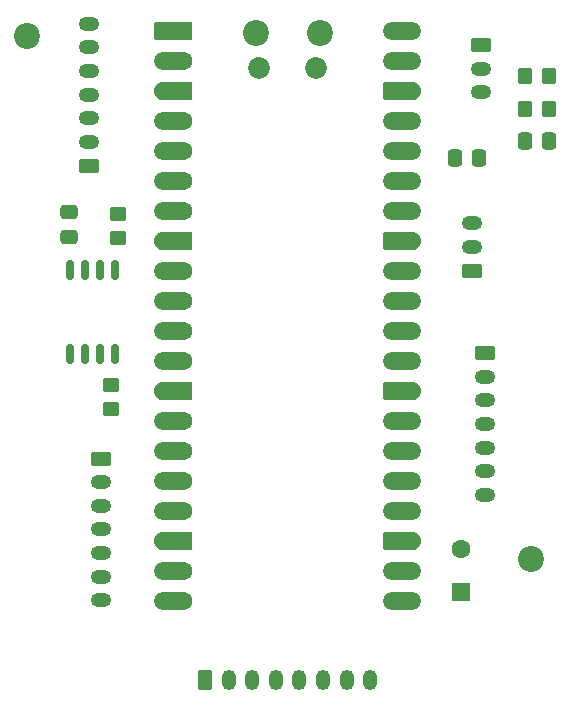
<source format=gts>
%TF.GenerationSoftware,KiCad,Pcbnew,9.0.1*%
%TF.CreationDate,2025-08-12T13:46:24-07:00*%
%TF.ProjectId,fone,666f6e65-2e6b-4696-9361-645f70636258,0.5*%
%TF.SameCoordinates,Original*%
%TF.FileFunction,Soldermask,Top*%
%TF.FilePolarity,Negative*%
%FSLAX46Y46*%
G04 Gerber Fmt 4.6, Leading zero omitted, Abs format (unit mm)*
G04 Created by KiCad (PCBNEW 9.0.1) date 2025-08-12 13:46:24*
%MOMM*%
%LPD*%
G01*
G04 APERTURE LIST*
G04 Aperture macros list*
%AMRoundRect*
0 Rectangle with rounded corners*
0 $1 Rounding radius*
0 $2 $3 $4 $5 $6 $7 $8 $9 X,Y pos of 4 corners*
0 Add a 4 corners polygon primitive as box body*
4,1,4,$2,$3,$4,$5,$6,$7,$8,$9,$2,$3,0*
0 Add four circle primitives for the rounded corners*
1,1,$1+$1,$2,$3*
1,1,$1+$1,$4,$5*
1,1,$1+$1,$6,$7*
1,1,$1+$1,$8,$9*
0 Add four rect primitives between the rounded corners*
20,1,$1+$1,$2,$3,$4,$5,0*
20,1,$1+$1,$4,$5,$6,$7,0*
20,1,$1+$1,$6,$7,$8,$9,0*
20,1,$1+$1,$8,$9,$2,$3,0*%
%AMFreePoly0*
4,1,37,0.800000,0.796148,0.878414,0.796148,1.032228,0.765552,1.177117,0.705537,1.307515,0.618408,1.418408,0.507515,1.505537,0.377117,1.565552,0.232228,1.596148,0.078414,1.596148,-0.078414,1.565552,-0.232228,1.505537,-0.377117,1.418408,-0.507515,1.307515,-0.618408,1.177117,-0.705537,1.032228,-0.765552,0.878414,-0.796148,0.800000,-0.796148,0.800000,-0.800000,-1.400000,-0.800000,
-1.403843,-0.796157,-1.439018,-0.796157,-1.511114,-0.766294,-1.566294,-0.711114,-1.596157,-0.639018,-1.596157,-0.603843,-1.600000,-0.600000,-1.600000,0.600000,-1.596157,0.603843,-1.596157,0.639018,-1.566294,0.711114,-1.511114,0.766294,-1.439018,0.796157,-1.403843,0.796157,-1.400000,0.800000,0.800000,0.800000,0.800000,0.796148,0.800000,0.796148,$1*%
%AMFreePoly1*
4,1,37,1.403843,0.796157,1.439018,0.796157,1.511114,0.766294,1.566294,0.711114,1.596157,0.639018,1.596157,0.603843,1.600000,0.600000,1.600000,-0.600000,1.596157,-0.603843,1.596157,-0.639018,1.566294,-0.711114,1.511114,-0.766294,1.439018,-0.796157,1.403843,-0.796157,1.400000,-0.800000,-0.800000,-0.800000,-0.800000,-0.796148,-0.878414,-0.796148,-1.032228,-0.765552,-1.177117,-0.705537,
-1.307515,-0.618408,-1.418408,-0.507515,-1.505537,-0.377117,-1.565552,-0.232228,-1.596148,-0.078414,-1.596148,0.078414,-1.565552,0.232228,-1.505537,0.377117,-1.418408,0.507515,-1.307515,0.618408,-1.177117,0.705537,-1.032228,0.765552,-0.878414,0.796148,-0.800000,0.796148,-0.800000,0.800000,1.400000,0.800000,1.403843,0.796157,1.403843,0.796157,$1*%
%AMFreePoly2*
4,1,37,0.603843,0.796157,0.639018,0.796157,0.711114,0.766294,0.766294,0.711114,0.796157,0.639018,0.796157,0.603843,0.800000,0.600000,0.800000,-0.600000,0.796157,-0.603843,0.796157,-0.639018,0.766294,-0.711114,0.711114,-0.766294,0.639018,-0.796157,0.603843,-0.796157,0.600000,-0.800000,0.000000,-0.800000,0.000000,-0.796148,-0.078414,-0.796148,-0.232228,-0.765552,-0.377117,-0.705537,
-0.507515,-0.618408,-0.618408,-0.507515,-0.705537,-0.377117,-0.765552,-0.232228,-0.796148,-0.078414,-0.796148,0.078414,-0.765552,0.232228,-0.705537,0.377117,-0.618408,0.507515,-0.507515,0.618408,-0.377117,0.705537,-0.232228,0.765552,-0.078414,0.796148,0.000000,0.796148,0.000000,0.800000,0.600000,0.800000,0.603843,0.796157,0.603843,0.796157,$1*%
%AMFreePoly3*
4,1,37,0.000000,0.796148,0.078414,0.796148,0.232228,0.765552,0.377117,0.705537,0.507515,0.618408,0.618408,0.507515,0.705537,0.377117,0.765552,0.232228,0.796148,0.078414,0.796148,-0.078414,0.765552,-0.232228,0.705537,-0.377117,0.618408,-0.507515,0.507515,-0.618408,0.377117,-0.705537,0.232228,-0.765552,0.078414,-0.796148,0.000000,-0.796148,0.000000,-0.800000,-0.600000,-0.800000,
-0.603843,-0.796157,-0.639018,-0.796157,-0.711114,-0.766294,-0.766294,-0.711114,-0.796157,-0.639018,-0.796157,-0.603843,-0.800000,-0.600000,-0.800000,0.600000,-0.796157,0.603843,-0.796157,0.639018,-0.766294,0.711114,-0.711114,0.766294,-0.639018,0.796157,-0.603843,0.796157,-0.600000,0.800000,0.000000,0.800000,0.000000,0.796148,0.000000,0.796148,$1*%
G04 Aperture macros list end*
%ADD10C,2.200000*%
%ADD11RoundRect,0.250000X0.550000X-0.550000X0.550000X0.550000X-0.550000X0.550000X-0.550000X-0.550000X0*%
%ADD12C,1.600000*%
%ADD13RoundRect,0.162500X-0.162500X0.650000X-0.162500X-0.650000X0.162500X-0.650000X0.162500X0.650000X0*%
%ADD14RoundRect,0.250000X-0.350000X-0.450000X0.350000X-0.450000X0.350000X0.450000X-0.350000X0.450000X0*%
%ADD15RoundRect,0.250000X0.350000X0.450000X-0.350000X0.450000X-0.350000X-0.450000X0.350000X-0.450000X0*%
%ADD16RoundRect,0.250000X-0.450000X0.350000X-0.450000X-0.350000X0.450000X-0.350000X0.450000X0.350000X0*%
%ADD17RoundRect,0.250000X-0.350000X-0.625000X0.350000X-0.625000X0.350000X0.625000X-0.350000X0.625000X0*%
%ADD18O,1.200000X1.750000*%
%ADD19RoundRect,0.250000X-0.625000X0.350000X-0.625000X-0.350000X0.625000X-0.350000X0.625000X0.350000X0*%
%ADD20O,1.750000X1.200000*%
%ADD21RoundRect,0.250000X0.625000X-0.350000X0.625000X0.350000X-0.625000X0.350000X-0.625000X-0.350000X0*%
%ADD22RoundRect,0.250000X-0.337500X-0.475000X0.337500X-0.475000X0.337500X0.475000X-0.337500X0.475000X0*%
%ADD23RoundRect,0.250000X0.475000X-0.337500X0.475000X0.337500X-0.475000X0.337500X-0.475000X-0.337500X0*%
%ADD24C,1.850000*%
%ADD25FreePoly0,0.000000*%
%ADD26RoundRect,0.200000X-0.600000X-0.600000X0.600000X-0.600000X0.600000X0.600000X-0.600000X0.600000X0*%
%ADD27RoundRect,0.800000X-0.800000X-0.000010X0.800000X-0.000010X0.800000X0.000010X-0.800000X0.000010X0*%
%ADD28FreePoly1,0.000000*%
%ADD29FreePoly2,0.000000*%
%ADD30FreePoly3,0.000000*%
G04 APERTURE END LIST*
D10*
%TO.C,HOLE2*%
X109900000Y-69500000D03*
%TD*%
%TO.C,HOLE1*%
X152600000Y-113800000D03*
%TD*%
D11*
%TO.C,M1*%
X146700000Y-116600000D03*
D12*
X146700000Y-113000000D03*
%TD*%
D13*
%TO.C,U1*%
X117370000Y-89325000D03*
X116100000Y-89325000D03*
X114830000Y-89325000D03*
X113560000Y-89325000D03*
X113560000Y-96500000D03*
X114830000Y-96500000D03*
X116100000Y-96500000D03*
X117370000Y-96500000D03*
%TD*%
D14*
%TO.C,R4*%
X152100000Y-72900000D03*
X154100000Y-72900000D03*
%TD*%
D15*
%TO.C,R3*%
X154100000Y-75700000D03*
X152100000Y-75700000D03*
%TD*%
D16*
%TO.C,R2*%
X117600000Y-84612500D03*
X117600000Y-86612500D03*
%TD*%
%TO.C,R1*%
X117065000Y-99112500D03*
X117065000Y-101112500D03*
%TD*%
D17*
%TO.C,J6*%
X125000000Y-124050000D03*
D18*
X127000000Y-124050000D03*
X129000000Y-124050000D03*
X131000000Y-124050000D03*
X133000000Y-124050000D03*
X135000000Y-124050000D03*
X137000000Y-124050000D03*
X139000000Y-124050000D03*
%TD*%
D19*
%TO.C,J5*%
X148700000Y-96400000D03*
D20*
X148700000Y-98400000D03*
X148700000Y-100400000D03*
X148700000Y-102400000D03*
X148700000Y-104400000D03*
X148700000Y-106400000D03*
X148700000Y-108400000D03*
%TD*%
D21*
%TO.C,J4*%
X147600000Y-89400000D03*
D20*
X147600000Y-87400000D03*
X147600000Y-85400000D03*
%TD*%
D19*
%TO.C,J3*%
X116165000Y-105312500D03*
D20*
X116165000Y-107312500D03*
X116165000Y-109312500D03*
X116165000Y-111312500D03*
X116165000Y-113312500D03*
X116165000Y-115312500D03*
X116165000Y-117312500D03*
%TD*%
D19*
%TO.C,J2*%
X148400000Y-70300000D03*
D20*
X148400000Y-72300000D03*
X148400000Y-74300000D03*
%TD*%
D21*
%TO.C,J1*%
X115165000Y-80512500D03*
D20*
X115165000Y-78512500D03*
X115165000Y-76512500D03*
X115165000Y-74512500D03*
X115165000Y-72512500D03*
X115165000Y-70512500D03*
X115165000Y-68512500D03*
%TD*%
D22*
%TO.C,C3*%
X152062500Y-78400000D03*
X154137500Y-78400000D03*
%TD*%
%TO.C,C2*%
X146162500Y-79900000D03*
X148237500Y-79900000D03*
%TD*%
D23*
%TO.C,C1*%
X113500000Y-86537500D03*
X113500000Y-84462500D03*
%TD*%
D10*
%TO.C,A1*%
X129285000Y-69250000D03*
D24*
X129585000Y-72280000D03*
X134435000Y-72280000D03*
D10*
X134735000Y-69250000D03*
D25*
X122320000Y-69120000D03*
D26*
X123120000Y-69120000D03*
D27*
X122320000Y-71660000D03*
D12*
X123120000Y-71660000D03*
D28*
X122320000Y-74200000D03*
D29*
X123120000Y-74200000D03*
D27*
X122320000Y-76740000D03*
D12*
X123120000Y-76740000D03*
D27*
X122320000Y-79280000D03*
D12*
X123120000Y-79280000D03*
D27*
X122320000Y-81820000D03*
D12*
X123120000Y-81820000D03*
D27*
X122320000Y-84360000D03*
D12*
X123120000Y-84360000D03*
D28*
X122320000Y-86900000D03*
D29*
X123120000Y-86900000D03*
D27*
X122320000Y-89440000D03*
D12*
X123120000Y-89440000D03*
D27*
X122320000Y-91980000D03*
D12*
X123120000Y-91980000D03*
D27*
X122320000Y-94520000D03*
D12*
X123120000Y-94520000D03*
D27*
X122320000Y-97060000D03*
D12*
X123120000Y-97060000D03*
D28*
X122320000Y-99600000D03*
D29*
X123120000Y-99600000D03*
D27*
X122320000Y-102140000D03*
D12*
X123120000Y-102140000D03*
D27*
X122320000Y-104680000D03*
D12*
X123120000Y-104680000D03*
D27*
X122320000Y-107220000D03*
D12*
X123120000Y-107220000D03*
D27*
X122320000Y-109760000D03*
D12*
X123120000Y-109760000D03*
D28*
X122320000Y-112300000D03*
D29*
X123120000Y-112300000D03*
D27*
X122320000Y-114840000D03*
D12*
X123120000Y-114840000D03*
D27*
X122320000Y-117380000D03*
D12*
X123120000Y-117380000D03*
X140900000Y-117380000D03*
D27*
X141700000Y-117380000D03*
D12*
X140900000Y-114840000D03*
D27*
X141700000Y-114840000D03*
D30*
X140900000Y-112300000D03*
D25*
X141700000Y-112300000D03*
D12*
X140900000Y-109760000D03*
D27*
X141700000Y-109760000D03*
D12*
X140900000Y-107220000D03*
D27*
X141700000Y-107220000D03*
D12*
X140900000Y-104680000D03*
D27*
X141700000Y-104680000D03*
D12*
X140900000Y-102140000D03*
D27*
X141700000Y-102140000D03*
D30*
X140900000Y-99600000D03*
D25*
X141700000Y-99600000D03*
D12*
X140900000Y-97060000D03*
D27*
X141700000Y-97060000D03*
D12*
X140900000Y-94520000D03*
D27*
X141700000Y-94520000D03*
D12*
X140900000Y-91980000D03*
D27*
X141700000Y-91980000D03*
D12*
X140900000Y-89440000D03*
D27*
X141700000Y-89440000D03*
D30*
X140900000Y-86900000D03*
D25*
X141700000Y-86900000D03*
D12*
X140900000Y-84360000D03*
D27*
X141700000Y-84360000D03*
D12*
X140900000Y-81820000D03*
D27*
X141700000Y-81820000D03*
D12*
X140900000Y-79280000D03*
D27*
X141700000Y-79280000D03*
D12*
X140900000Y-76740000D03*
D27*
X141700000Y-76740000D03*
D30*
X140900000Y-74200000D03*
D25*
X141700000Y-74200000D03*
D12*
X140900000Y-71660000D03*
D27*
X141700000Y-71660000D03*
D12*
X140900000Y-69120000D03*
D27*
X141700000Y-69120000D03*
%TD*%
M02*

</source>
